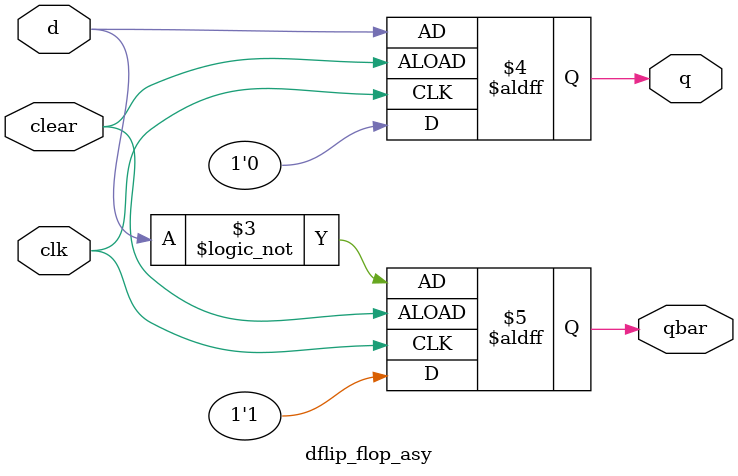
<source format=v>
`timescale 1ns / 1ps


module dflip_flop_asy(output reg q,qbar, input d,clk,clear);
    always @ (posedge clk or negedge clear)
        if (clear==1'b1)
         begin
          q=1'b0;
          qbar=1'b1;
         end
        else
        begin q<=d; qbar<=!d; end
 endmodule

</source>
